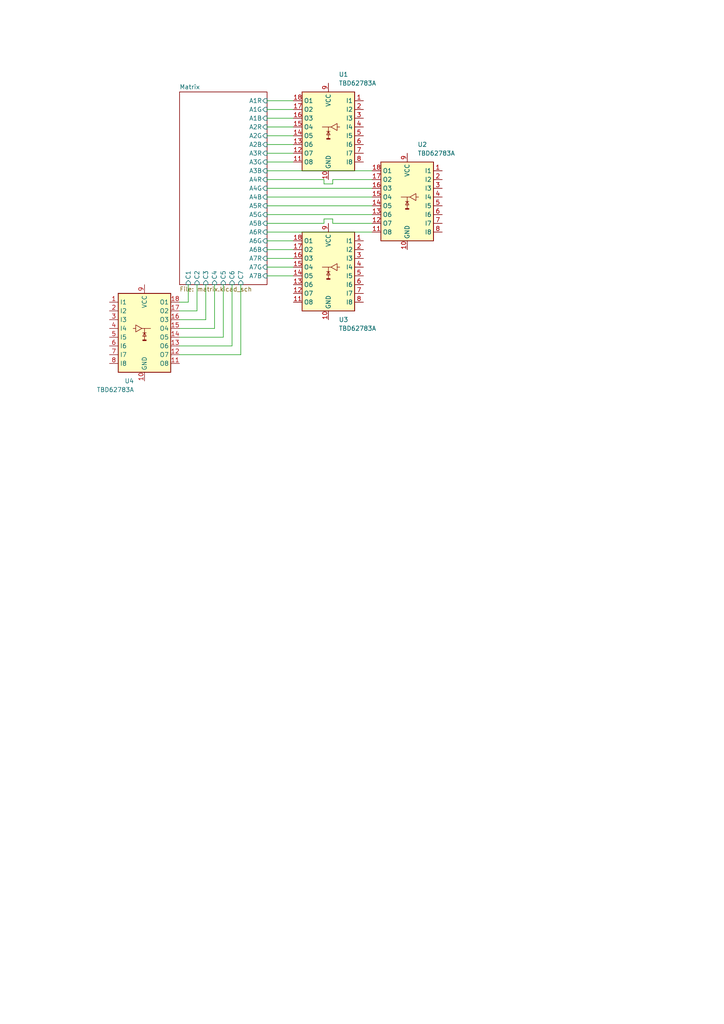
<source format=kicad_sch>
(kicad_sch (version 20231120) (generator "eeschema") (generator_version "8.0")
  (paper "A4" portrait)
  (lib_symbols
    (symbol "Transistor_Array:TBD62783A"
      (property "Reference" "U" (at -7.62 11.43 0))
      (property "Value" "TBD62783A" (at 1.27 11.43 0))
      (symbol "TBD62783A_0_1"
        (rectangle (start -7.62 10.16) (end 7.62 -12.7) (stroke (width 0.254)) (fill (type background)))
        (rectangle (start -0.508 -3.302) (end 0.508 -3.556) (fill (type outline)))
        (polyline (pts (xy -1.778 -2.794) (xy -1.778 -2.794)) (stroke (width 0.254)))
        (polyline (pts (xy -1.778 -2.032) (xy -1.778 -2.032)) (stroke (width 0.254)))
        (polyline (pts (xy -1.778 -1.27) (xy -1.778 -1.27)) (stroke (width 0.254)))
        (polyline (pts (xy -1.778 1.27) (xy -1.778 1.27)) (stroke (width 0.254)))
        (polyline (pts (xy -1.778 2.032) (xy -1.778 2.032)) (stroke (width 0.254)))
        (polyline (pts (xy -1.778 2.794) (xy -1.778 2.794)) (stroke (width 0.254)))
        (polyline (pts (xy -0.762 0) (xy 1.778 0)))
        (polyline (pts (xy -0.508 -1.27) (xy 0.508 -1.27)))
        (polyline (pts (xy 0 0) (xy 0 -3.302)))
        (polyline (pts (xy 0 0) (xy 0 0)) (stroke (width 0.508)))
        (polyline (pts (xy 0 -1.27) (xy -0.508 -2.286) (xy 0.508 -2.286) (xy 0 -1.27)))
        (polyline (pts (xy -3.302 0) (xy -2.54 0) (xy -2.54 1.016) (xy -0.762 0) (xy -2.54 -1.016) (xy -2.54 0)))
      )
      (symbol "TBD62783A_1_1"
        (pin input line (at -10.16 7.62 0) (length 2.54) (name "I1") (number "1"))
        (pin power_in line (at 0 -15.24 90) (length 2.54) (name "GND") (number "10"))
        (pin open_emitter line (at 10.16 -10.16 180) (length 2.54) (name "O8") (number "11"))
        (pin open_emitter line (at 10.16 -7.62 180) (length 2.54) (name "O7") (number "12"))
        (pin open_emitter line (at 10.16 -5.08 180) (length 2.54) (name "O6") (number "13"))
        (pin open_emitter line (at 10.16 -2.54 180) (length 2.54) (name "O5") (number "14"))
        (pin open_emitter line (at 10.16 0 180) (length 2.54) (name "O4") (number "15"))
        (pin open_emitter line (at 10.16 2.54 180) (length 2.54) (name "O3") (number "16"))
        (pin open_emitter line (at 10.16 5.08 180) (length 2.54) (name "O2") (number "17"))
        (pin open_emitter line (at 10.16 7.62 180) (length 2.54) (name "O1") (number "18"))
        (pin input line (at -10.16 5.08 0) (length 2.54) (name "I2") (number "2"))
        (pin input line (at -10.16 2.54 0) (length 2.54) (name "I3") (number "3"))
        (pin input line (at -10.16 0 0) (length 2.54) (name "I4") (number "4"))
        (pin input line (at -10.16 -2.54 0) (length 2.54) (name "I5") (number "5"))
        (pin input line (at -10.16 -5.08 0) (length 2.54) (name "I6") (number "6"))
        (pin input line (at -10.16 -7.62 0) (length 2.54) (name "I7") (number "7"))
        (pin input line (at -10.16 -10.16 0) (length 2.54) (name "I8") (number "8"))
        (pin power_in line (at 0 12.7 270) (length 2.54) (name "VCC") (number "9"))
      )
    )
  )
  (wire (pts (xy 77.47 57.15) (xy 107.95 57.15)))
  (wire (pts (xy 96.52 53.34) (xy 93.98 53.34)))
  (wire (pts (xy 77.47 46.99) (xy 85.09 46.99)))
  (wire (pts (xy 77.47 62.23) (xy 107.95 62.23)))
  (wire (pts (xy 77.47 36.83) (xy 85.09 36.83)))
  (wire (pts (xy 96.52 52.07) (xy 96.52 53.34)))
  (wire (pts (xy 77.47 67.31) (xy 107.95 67.31)))
  (wire (pts (xy 62.23 95.25) (xy 52.07 95.25)))
  (wire (pts (xy 52.07 102.87) (xy 69.85 102.87)))
  (wire (pts (xy 77.47 80.01) (xy 85.09 80.01)))
  (wire (pts (xy 52.07 92.71) (xy 59.69 92.71)))
  (wire (pts (xy 62.23 82.55) (xy 62.23 95.25)))
  (wire (pts (xy 69.85 102.87) (xy 69.85 82.55)))
  (wire (pts (xy 93.98 64.77) (xy 93.98 63.5)))
  (wire (pts (xy 96.52 64.77) (xy 107.95 64.77)))
  (wire (pts (xy 77.47 49.53) (xy 107.95 49.53)))
  (wire (pts (xy 93.98 52.07) (xy 77.47 52.07)))
  (wire (pts (xy 77.47 29.21) (xy 85.09 29.21)))
  (wire (pts (xy 57.15 82.55) (xy 57.15 90.17)))
  (wire (pts (xy 93.98 63.5) (xy 96.52 63.5)))
  (wire (pts (xy 64.77 97.79) (xy 64.77 82.55)))
  (wire (pts (xy 77.47 44.45) (xy 85.09 44.45)))
  (wire (pts (xy 52.07 97.79) (xy 64.77 97.79)))
  (wire (pts (xy 77.47 64.77) (xy 93.98 64.77)))
  (wire (pts (xy 77.47 72.39) (xy 85.09 72.39)))
  (wire (pts (xy 93.98 53.34) (xy 93.98 52.07)))
  (wire (pts (xy 77.47 41.91) (xy 85.09 41.91)))
  (wire (pts (xy 107.95 52.07) (xy 96.52 52.07)))
  (wire (pts (xy 52.07 87.63) (xy 54.61 87.63)))
  (wire (pts (xy 59.69 92.71) (xy 59.69 82.55)))
  (wire (pts (xy 96.52 63.5) (xy 96.52 64.77)))
  (wire (pts (xy 77.47 77.47) (xy 85.09 77.47)))
  (wire (pts (xy 77.47 34.29) (xy 85.09 34.29)))
  (wire (pts (xy 67.31 82.55) (xy 67.31 100.33)))
  (wire (pts (xy 77.47 74.93) (xy 85.09 74.93)))
  (wire (pts (xy 54.61 87.63) (xy 54.61 82.55)))
  (wire (pts (xy 67.31 100.33) (xy 52.07 100.33)))
  (wire (pts (xy 57.15 90.17) (xy 52.07 90.17)))
  (wire (pts (xy 77.47 54.61) (xy 107.95 54.61)))
  (wire (pts (xy 77.47 69.85) (xy 85.09 69.85)))
  (wire (pts (xy 77.47 59.69) (xy 107.95 59.69)))
  (wire (pts (xy 77.47 39.37) (xy 85.09 39.37)))
  (wire (pts (xy 77.47 31.75) (xy 85.09 31.75)))
  (symbol (lib_id "Transistor_Array:TBD62783A") (at 41.91 95.25 0) (unit 1)
    (property "Reference" "U4" (at 38.8935 110.49 0) (effects (justify right)))
    (property "Value" "TBD62783A" (at 38.8935 113.03 0) (effects (justify right)))
    (property "Datasheet" "http://toshiba.semicon-storage.com/info/docget.jsp?did=30523&prodName=TBD62783APG" (effects (hide yes)))
    (property "Description" "8-Channel Source Type Transistor Array, TTL and CMOS compatible, 500mA, 50V, DIP-18/SOP-18/SSOP-18/SOIC-18W" (effects (hide yes)))
  )
  (symbol (lib_id "Transistor_Array:TBD62783A") (at 95.25 36.83 0) (mirror y) (unit 1)
    (property "Reference" "U1" (at 98.2665 21.59 0) (effects (justify right)))
    (property "Value" "TBD62783A" (at 98.2665 24.13 0) (effects (justify right)))
    (property "Datasheet" "http://toshiba.semicon-storage.com/info/docget.jsp?did=30523&prodName=TBD62783APG" (effects (hide yes)))
    (property "Description" "8-Channel Source Type Transistor Array, TTL and CMOS compatible, 500mA, 50V, DIP-18/SOP-18/SSOP-18/SOIC-18W" (effects (hide yes)))
  )
  (symbol (lib_id "Transistor_Array:TBD62783A") (at 118.11 57.15 0) (mirror y) (unit 1)
    (property "Reference" "U2" (at 121.1265 41.91 0) (effects (justify right)))
    (property "Value" "TBD62783A" (at 121.1265 44.45 0) (effects (justify right)))
    (property "Datasheet" "http://toshiba.semicon-storage.com/info/docget.jsp?did=30523&prodName=TBD62783APG" (effects (hide yes)))
    (property "Description" "8-Channel Source Type Transistor Array, TTL and CMOS compatible, 500mA, 50V, DIP-18/SOP-18/SSOP-18/SOIC-18W" (effects (hide yes)))
  )
  (symbol (lib_id "Transistor_Array:TBD62783A") (at 95.25 77.47 0) (mirror y) (unit 1)
    (property "Reference" "U3" (at 98.2665 92.71 0) (effects (justify right)))
    (property "Value" "TBD62783A" (at 98.2665 95.25 0) (effects (justify right)))
    (property "Datasheet" "http://toshiba.semicon-storage.com/info/docget.jsp?did=30523&prodName=TBD62783APG" (effects (hide yes)))
    (property "Description" "8-Channel Source Type Transistor Array, TTL and CMOS compatible, 500mA, 50V, DIP-18/SOP-18/SSOP-18/SOIC-18W" (effects (hide yes)))
  )
  (sheet (at 52.07 26.67) (size 25.4 55.88) (stroke (width 0.1524))
    (property "Sheetname" "Matrix" (at 52.07 25.9584 0) (effects (justify left bottom)))
    (property "Sheetfile" "matrix.kicad_sch" (at 52.07 83.1346 0) (effects (justify left top)))
    (pin "C6" input (at 67.31 82.55 270))
    (pin "C5" input (at 64.77 82.55 270))
    (pin "A6R" input (at 77.47 67.31 0))
    (pin "A6G" input (at 77.47 69.85 0))
    (pin "A6B" input (at 77.47 72.39 0))
    (pin "C7" input (at 69.85 82.55 270))
    (pin "A7B" input (at 77.47 80.01 0))
    (pin "A7G" input (at 77.47 77.47 0))
    (pin "A7R" input (at 77.47 74.93 0))
    (pin "A4R" input (at 77.47 52.07 0))
    (pin "A4B" input (at 77.47 57.15 0))
    (pin "A5B" input (at 77.47 64.77 0))
    (pin "A5R" input (at 77.47 59.69 0))
    (pin "A4G" input (at 77.47 54.61 0))
    (pin "A5G" input (at 77.47 62.23 0))
    (pin "C1" input (at 54.61 82.55 270))
    (pin "C2" input (at 57.15 82.55 270))
    (pin "C3" input (at 59.69 82.55 270))
    (pin "C4" input (at 62.23 82.55 270))
    (pin "A2R" input (at 77.47 36.83 0))
    (pin "A2G" input (at 77.47 39.37 0))
    (pin "A2B" input (at 77.47 41.91 0))
    (pin "A1B" input (at 77.47 34.29 0))
    (pin "A1G" input (at 77.47 31.75 0))
    (pin "A1R" input (at 77.47 29.21 0))
    (pin "A3G" input (at 77.47 46.99 0))
    (pin "A3B" input (at 77.47 49.53 0))
    (pin "A3R" input (at 77.47 44.45 0))
  )
)
</source>
